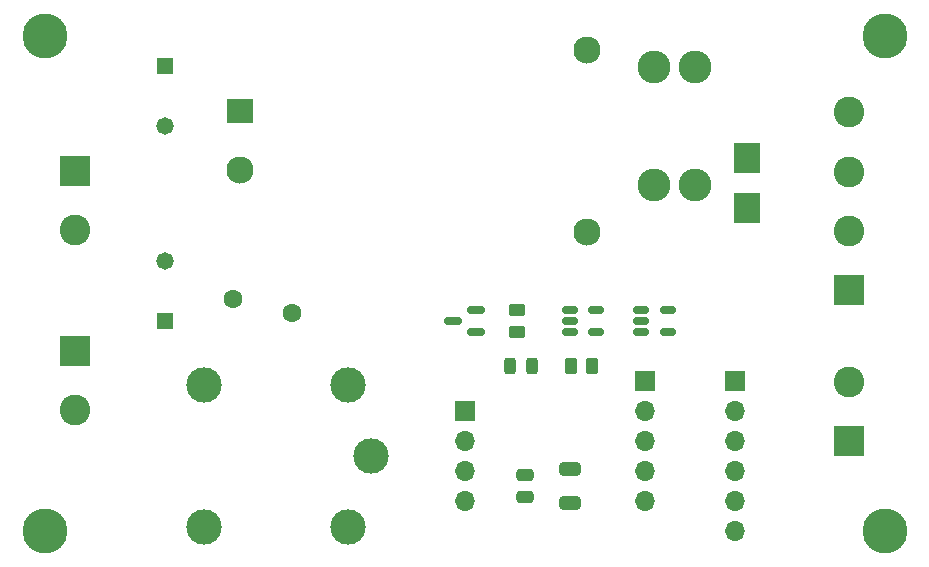
<source format=gbr>
G04 #@! TF.GenerationSoftware,KiCad,Pcbnew,5.99.0-unknown-9aa9857685~131~ubuntu21.04.1*
G04 #@! TF.CreationDate,2021-08-15T16:35:45-05:00*
G04 #@! TF.ProjectId,LED_Pro,4c45445f-5072-46f2-9e6b-696361645f70,rev?*
G04 #@! TF.SameCoordinates,Original*
G04 #@! TF.FileFunction,Soldermask,Top*
G04 #@! TF.FilePolarity,Negative*
%FSLAX46Y46*%
G04 Gerber Fmt 4.6, Leading zero omitted, Abs format (unit mm)*
G04 Created by KiCad (PCBNEW 5.99.0-unknown-9aa9857685~131~ubuntu21.04.1) date 2021-08-15 16:35:45*
%MOMM*%
%LPD*%
G01*
G04 APERTURE LIST*
G04 Aperture macros list*
%AMRoundRect*
0 Rectangle with rounded corners*
0 $1 Rounding radius*
0 $2 $3 $4 $5 $6 $7 $8 $9 X,Y pos of 4 corners*
0 Add a 4 corners polygon primitive as box body*
4,1,4,$2,$3,$4,$5,$6,$7,$8,$9,$2,$3,0*
0 Add four circle primitives for the rounded corners*
1,1,$1+$1,$2,$3*
1,1,$1+$1,$4,$5*
1,1,$1+$1,$6,$7*
1,1,$1+$1,$8,$9*
0 Add four rect primitives between the rounded corners*
20,1,$1+$1,$2,$3,$4,$5,0*
20,1,$1+$1,$4,$5,$6,$7,0*
20,1,$1+$1,$6,$7,$8,$9,0*
20,1,$1+$1,$8,$9,$2,$3,0*%
G04 Aperture macros list end*
%ADD10C,3.800000*%
%ADD11C,3.000000*%
%ADD12R,2.300000X2.500000*%
%ADD13R,2.300000X2.000000*%
%ADD14C,2.300000*%
%ADD15C,2.780000*%
%ADD16R,2.600000X2.600000*%
%ADD17C,2.600000*%
%ADD18R,1.700000X1.700000*%
%ADD19O,1.700000X1.700000*%
%ADD20RoundRect,0.150000X-0.512500X-0.150000X0.512500X-0.150000X0.512500X0.150000X-0.512500X0.150000X0*%
%ADD21RoundRect,0.150000X0.587500X0.150000X-0.587500X0.150000X-0.587500X-0.150000X0.587500X-0.150000X0*%
%ADD22RoundRect,0.250000X0.450000X-0.262500X0.450000X0.262500X-0.450000X0.262500X-0.450000X-0.262500X0*%
%ADD23RoundRect,0.250000X0.262500X0.450000X-0.262500X0.450000X-0.262500X-0.450000X0.262500X-0.450000X0*%
%ADD24RoundRect,0.250000X-0.475000X0.250000X-0.475000X-0.250000X0.475000X-0.250000X0.475000X0.250000X0*%
%ADD25C,1.600000*%
%ADD26R,1.473200X1.473200*%
%ADD27C,1.473200*%
%ADD28RoundRect,0.243750X0.243750X0.456250X-0.243750X0.456250X-0.243750X-0.456250X0.243750X-0.456250X0*%
%ADD29RoundRect,0.250000X-0.650000X0.325000X-0.650000X-0.325000X0.650000X-0.325000X0.650000X0.325000X0*%
G04 APERTURE END LIST*
D10*
X83820000Y-107950000D03*
D11*
X111497500Y-101600000D03*
X97297500Y-107600000D03*
X97297500Y-95600000D03*
X109497500Y-95600000D03*
X109497500Y-107600000D03*
D12*
X143256000Y-80636000D03*
X143256000Y-76336000D03*
D13*
X100330000Y-72390000D03*
D14*
X100330000Y-77390000D03*
X129730000Y-67190000D03*
X129730000Y-82590000D03*
D15*
X135460000Y-68700000D03*
X138860000Y-68700000D03*
X135460000Y-78620000D03*
X138860000Y-78620000D03*
D16*
X86360000Y-77470000D03*
D17*
X86360000Y-82470000D03*
D16*
X86360000Y-92710000D03*
D17*
X86360000Y-97710000D03*
D16*
X151900000Y-100290000D03*
D17*
X151900000Y-95290000D03*
D16*
X151900000Y-87510000D03*
D17*
X151900000Y-82510000D03*
X151900000Y-77510000D03*
X151900000Y-72510000D03*
D18*
X142240000Y-95250000D03*
D19*
X142240000Y-97790000D03*
X142240000Y-100330000D03*
X142240000Y-102870000D03*
X142240000Y-105410000D03*
X142240000Y-107950000D03*
D18*
X119380000Y-97795000D03*
D19*
X119380000Y-100335000D03*
X119380000Y-102875000D03*
X119380000Y-105415000D03*
D18*
X134620000Y-95255000D03*
D19*
X134620000Y-97795000D03*
X134620000Y-100335000D03*
X134620000Y-102875000D03*
X134620000Y-105415000D03*
D20*
X128270000Y-89220000D03*
X128270000Y-90170000D03*
X128270000Y-91120000D03*
X130545000Y-91120000D03*
X130545000Y-89220000D03*
X134337500Y-89220000D03*
X134337500Y-90170000D03*
X134337500Y-91120000D03*
X136612500Y-91120000D03*
X136612500Y-89220000D03*
D21*
X120317500Y-91120000D03*
X120317500Y-89220000D03*
X118442500Y-90170000D03*
D22*
X123825000Y-91082500D03*
X123825000Y-89257500D03*
D23*
X130207500Y-93980000D03*
X128382500Y-93980000D03*
D24*
X124460000Y-103190000D03*
X124460000Y-105090000D03*
D25*
X104735000Y-89525000D03*
X99735000Y-88275000D03*
D26*
X93980000Y-68580000D03*
D27*
X93980000Y-73660000D03*
D26*
X93980000Y-90170000D03*
D27*
X93980000Y-85090000D03*
D28*
X125065000Y-93980000D03*
X123190000Y-93980000D03*
D10*
X154940000Y-107950000D03*
X83820000Y-66040000D03*
D29*
X128270000Y-102665000D03*
X128270000Y-105615000D03*
D10*
X154940000Y-66040000D03*
M02*

</source>
